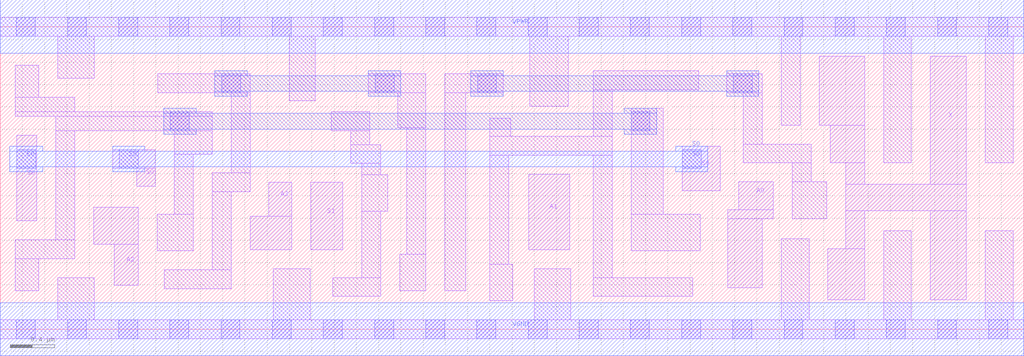
<source format=lef>
# Copyright 2020 The SkyWater PDK Authors
#
# Licensed under the Apache License, Version 2.0 (the "License");
# you may not use this file except in compliance with the License.
# You may obtain a copy of the License at
#
#     https://www.apache.org/licenses/LICENSE-2.0
#
# Unless required by applicable law or agreed to in writing, software
# distributed under the License is distributed on an "AS IS" BASIS,
# WITHOUT WARRANTIES OR CONDITIONS OF ANY KIND, either express or implied.
# See the License for the specific language governing permissions and
# limitations under the License.
#
# SPDX-License-Identifier: Apache-2.0

VERSION 5.7 ;
  NAMESCASESENSITIVE ON ;
  NOWIREEXTENSIONATPIN ON ;
  DIVIDERCHAR "/" ;
  BUSBITCHARS "[]" ;
UNITS
  DATABASE MICRONS 200 ;
END UNITS
MACRO sky130_fd_sc_hd__mux4_4
  CLASS CORE ;
  FOREIGN sky130_fd_sc_hd__mux4_4 ;
  ORIGIN  0.000000  0.000000 ;
  SIZE  9.200000 BY  2.720000 ;
  SYMMETRY X Y R90 ;
  SITE unithd ;
  PIN A0
    ANTENNAGATEAREA  0.159000 ;
    DIRECTION INPUT ;
    USE SIGNAL ;
    PORT
      LAYER li1 ;
        RECT 6.540000 0.375000 6.850000 0.995000 ;
        RECT 6.540000 0.995000 6.950000 1.075000 ;
        RECT 6.640000 1.075000 6.950000 1.325000 ;
    END
  END A0
  PIN A1
    ANTENNAGATEAREA  0.159000 ;
    DIRECTION INPUT ;
    USE SIGNAL ;
    PORT
      LAYER li1 ;
        RECT 4.750000 0.715000 5.120000 1.395000 ;
    END
  END A1
  PIN A2
    ANTENNAGATEAREA  0.159000 ;
    DIRECTION INPUT ;
    USE SIGNAL ;
    PORT
      LAYER li1 ;
        RECT 0.840000 0.765000 1.240000 1.095000 ;
        RECT 1.025000 0.395000 1.240000 0.765000 ;
    END
  END A2
  PIN A3
    ANTENNAGATEAREA  0.159000 ;
    DIRECTION INPUT ;
    USE SIGNAL ;
    PORT
      LAYER li1 ;
        RECT 2.245000 0.715000 2.620000 1.015000 ;
        RECT 2.415000 1.015000 2.620000 1.320000 ;
    END
  END A3
  PIN S0
    ANTENNAGATEAREA  0.393000 ;
    DIRECTION INPUT ;
    USE SIGNAL ;
    PORT
      LAYER li1 ;
        RECT 0.150000 0.975000 0.330000 1.745000 ;
      LAYER mcon ;
        RECT 0.150000 1.445000 0.320000 1.615000 ;
    END
    PORT
      LAYER li1 ;
        RECT 1.010000 1.445000 1.395000 1.615000 ;
        RECT 1.225000 1.285000 1.395000 1.445000 ;
      LAYER mcon ;
        RECT 1.070000 1.445000 1.240000 1.615000 ;
    END
    PORT
      LAYER li1 ;
        RECT 6.130000 1.245000 6.470000 1.645000 ;
      LAYER mcon ;
        RECT 6.130000 1.445000 6.300000 1.615000 ;
    END
    PORT
      LAYER met1 ;
        RECT 0.085000 1.415000 0.380000 1.460000 ;
        RECT 0.085000 1.460000 6.360000 1.600000 ;
        RECT 0.085000 1.600000 0.380000 1.645000 ;
        RECT 1.010000 1.415000 1.300000 1.460000 ;
        RECT 1.010000 1.600000 1.300000 1.645000 ;
        RECT 6.070000 1.415000 6.360000 1.460000 ;
        RECT 6.070000 1.600000 6.360000 1.645000 ;
    END
  END S0
  PIN S1
    ANTENNAGATEAREA  0.303000 ;
    DIRECTION INPUT ;
    USE SIGNAL ;
    PORT
      LAYER li1 ;
        RECT 2.790000 0.715000 3.080000 1.320000 ;
    END
  END S1
  PIN X
    ANTENNADIFFAREA  0.891000 ;
    DIRECTION OUTPUT ;
    USE SIGNAL ;
    PORT
      LAYER li1 ;
        RECT 7.360000 1.835000 7.770000 2.455000 ;
        RECT 7.440000 0.265000 7.770000 0.725000 ;
        RECT 7.460000 1.495000 7.770000 1.835000 ;
        RECT 7.600000 0.725000 7.770000 1.065000 ;
        RECT 7.600000 1.065000 8.685000 1.305000 ;
        RECT 7.600000 1.305000 7.770000 1.495000 ;
        RECT 8.360000 0.265000 8.685000 1.065000 ;
        RECT 8.360000 1.305000 8.685000 2.455000 ;
    END
  END X
  PIN VGND
    DIRECTION INOUT ;
    SHAPE ABUTMENT ;
    USE GROUND ;
    PORT
      LAYER met1 ;
        RECT 0.000000 -0.240000 9.200000 0.240000 ;
    END
  END VGND
  PIN VPWR
    DIRECTION INOUT ;
    SHAPE ABUTMENT ;
    USE POWER ;
    PORT
      LAYER met1 ;
        RECT 0.000000 2.480000 9.200000 2.960000 ;
    END
  END VPWR
  OBS
    LAYER li1 ;
      RECT 0.000000 -0.085000 9.200000 0.085000 ;
      RECT 0.000000  2.635000 9.200000 2.805000 ;
      RECT 0.135000  0.345000 0.345000 0.635000 ;
      RECT 0.135000  0.635000 0.670000 0.805000 ;
      RECT 0.135000  1.915000 1.905000 1.955000 ;
      RECT 0.135000  1.955000 0.670000 2.085000 ;
      RECT 0.135000  2.085000 0.345000 2.375000 ;
      RECT 0.500000  0.805000 0.670000 1.785000 ;
      RECT 0.500000  1.785000 1.905000 1.915000 ;
      RECT 0.515000  0.085000 0.845000 0.465000 ;
      RECT 0.515000  2.255000 0.845000 2.635000 ;
      RECT 1.410000  0.705000 1.735000 1.035000 ;
      RECT 1.415000  2.125000 2.245000 2.295000 ;
      RECT 1.475000  0.365000 2.075000 0.535000 ;
      RECT 1.565000  1.035000 1.735000 1.575000 ;
      RECT 1.565000  1.575000 1.905000 1.785000 ;
      RECT 1.905000  0.535000 2.075000 1.235000 ;
      RECT 1.905000  1.235000 2.245000 1.405000 ;
      RECT 2.075000  1.405000 2.245000 2.125000 ;
      RECT 2.455000  0.085000 2.785000 0.545000 ;
      RECT 2.600000  2.055000 2.830000 2.635000 ;
      RECT 2.975000  1.785000 3.320000 1.955000 ;
      RECT 2.990000  0.295000 3.420000 0.465000 ;
      RECT 3.150000  1.490000 3.420000 1.660000 ;
      RECT 3.150000  1.660000 3.320000 1.785000 ;
      RECT 3.250000  0.465000 3.420000 1.060000 ;
      RECT 3.250000  1.060000 3.485000 1.390000 ;
      RECT 3.250000  1.390000 3.420000 1.490000 ;
      RECT 3.310000  2.125000 3.825000 2.295000 ;
      RECT 3.575000  1.810000 3.825000 2.125000 ;
      RECT 3.590000  0.345000 3.825000 0.675000 ;
      RECT 3.655000  0.675000 3.825000 1.810000 ;
      RECT 3.995000  0.345000 4.185000 2.125000 ;
      RECT 3.995000  2.125000 4.520000 2.295000 ;
      RECT 4.400000  0.255000 4.605000 0.585000 ;
      RECT 4.400000  0.585000 4.570000 1.565000 ;
      RECT 4.400000  1.565000 5.500000 1.735000 ;
      RECT 4.400000  1.735000 4.590000 1.895000 ;
      RECT 4.760000  2.005000 5.105000 2.635000 ;
      RECT 4.800000  0.085000 5.130000 0.545000 ;
      RECT 5.330000  0.295000 6.225000 0.465000 ;
      RECT 5.330000  0.465000 5.500000 1.565000 ;
      RECT 5.330000  1.735000 5.500000 2.155000 ;
      RECT 5.330000  2.155000 6.280000 2.325000 ;
      RECT 5.670000  0.705000 6.290000 1.035000 ;
      RECT 5.670000  1.035000 5.960000 1.985000 ;
      RECT 6.530000  2.125000 6.850000 2.295000 ;
      RECT 6.680000  1.495000 7.290000 1.665000 ;
      RECT 6.680000  1.665000 6.850000 2.125000 ;
      RECT 7.020000  0.085000 7.270000 0.815000 ;
      RECT 7.020000  1.835000 7.190000 2.635000 ;
      RECT 7.120000  0.995000 7.430000 1.325000 ;
      RECT 7.120000  1.325000 7.290000 1.495000 ;
      RECT 7.940000  0.085000 8.190000 0.885000 ;
      RECT 7.940000  1.495000 8.190000 2.635000 ;
      RECT 8.855000  0.085000 9.105000 0.885000 ;
      RECT 8.855000  1.495000 9.105000 2.635000 ;
    LAYER mcon ;
      RECT 0.145000 -0.085000 0.315000 0.085000 ;
      RECT 0.145000  2.635000 0.315000 2.805000 ;
      RECT 0.605000 -0.085000 0.775000 0.085000 ;
      RECT 0.605000  2.635000 0.775000 2.805000 ;
      RECT 1.065000 -0.085000 1.235000 0.085000 ;
      RECT 1.065000  2.635000 1.235000 2.805000 ;
      RECT 1.525000 -0.085000 1.695000 0.085000 ;
      RECT 1.525000  2.635000 1.695000 2.805000 ;
      RECT 1.530000  1.785000 1.700000 1.955000 ;
      RECT 1.985000 -0.085000 2.155000 0.085000 ;
      RECT 1.985000  2.635000 2.155000 2.805000 ;
      RECT 1.990000  2.125000 2.160000 2.295000 ;
      RECT 2.445000 -0.085000 2.615000 0.085000 ;
      RECT 2.445000  2.635000 2.615000 2.805000 ;
      RECT 2.905000 -0.085000 3.075000 0.085000 ;
      RECT 2.905000  2.635000 3.075000 2.805000 ;
      RECT 3.365000 -0.085000 3.535000 0.085000 ;
      RECT 3.365000  2.635000 3.535000 2.805000 ;
      RECT 3.370000  2.125000 3.540000 2.295000 ;
      RECT 3.825000 -0.085000 3.995000 0.085000 ;
      RECT 3.825000  2.635000 3.995000 2.805000 ;
      RECT 4.285000 -0.085000 4.455000 0.085000 ;
      RECT 4.285000  2.635000 4.455000 2.805000 ;
      RECT 4.290000  2.125000 4.460000 2.295000 ;
      RECT 4.745000 -0.085000 4.915000 0.085000 ;
      RECT 4.745000  2.635000 4.915000 2.805000 ;
      RECT 5.205000 -0.085000 5.375000 0.085000 ;
      RECT 5.205000  2.635000 5.375000 2.805000 ;
      RECT 5.665000 -0.085000 5.835000 0.085000 ;
      RECT 5.665000  2.635000 5.835000 2.805000 ;
      RECT 5.670000  1.785000 5.840000 1.955000 ;
      RECT 6.125000 -0.085000 6.295000 0.085000 ;
      RECT 6.125000  2.635000 6.295000 2.805000 ;
      RECT 6.585000 -0.085000 6.755000 0.085000 ;
      RECT 6.585000  2.635000 6.755000 2.805000 ;
      RECT 6.590000  2.125000 6.760000 2.295000 ;
      RECT 7.045000 -0.085000 7.215000 0.085000 ;
      RECT 7.045000  2.635000 7.215000 2.805000 ;
      RECT 7.505000 -0.085000 7.675000 0.085000 ;
      RECT 7.505000  2.635000 7.675000 2.805000 ;
      RECT 7.965000 -0.085000 8.135000 0.085000 ;
      RECT 7.965000  2.635000 8.135000 2.805000 ;
      RECT 8.425000 -0.085000 8.595000 0.085000 ;
      RECT 8.425000  2.635000 8.595000 2.805000 ;
      RECT 8.885000 -0.085000 9.055000 0.085000 ;
      RECT 8.885000  2.635000 9.055000 2.805000 ;
    LAYER met1 ;
      RECT 1.470000 1.755000 1.760000 1.800000 ;
      RECT 1.470000 1.800000 5.900000 1.940000 ;
      RECT 1.470000 1.940000 1.760000 1.985000 ;
      RECT 1.930000 2.095000 2.220000 2.140000 ;
      RECT 1.930000 2.140000 3.600000 2.280000 ;
      RECT 1.930000 2.280000 2.220000 2.325000 ;
      RECT 3.310000 2.095000 3.600000 2.140000 ;
      RECT 3.310000 2.280000 3.600000 2.325000 ;
      RECT 4.230000 2.095000 4.520000 2.140000 ;
      RECT 4.230000 2.140000 6.820000 2.280000 ;
      RECT 4.230000 2.280000 4.520000 2.325000 ;
      RECT 5.610000 1.755000 5.900000 1.800000 ;
      RECT 5.610000 1.940000 5.900000 1.985000 ;
      RECT 6.530000 2.095000 6.820000 2.140000 ;
      RECT 6.530000 2.280000 6.820000 2.325000 ;
  END
END sky130_fd_sc_hd__mux4_4
END LIBRARY

</source>
